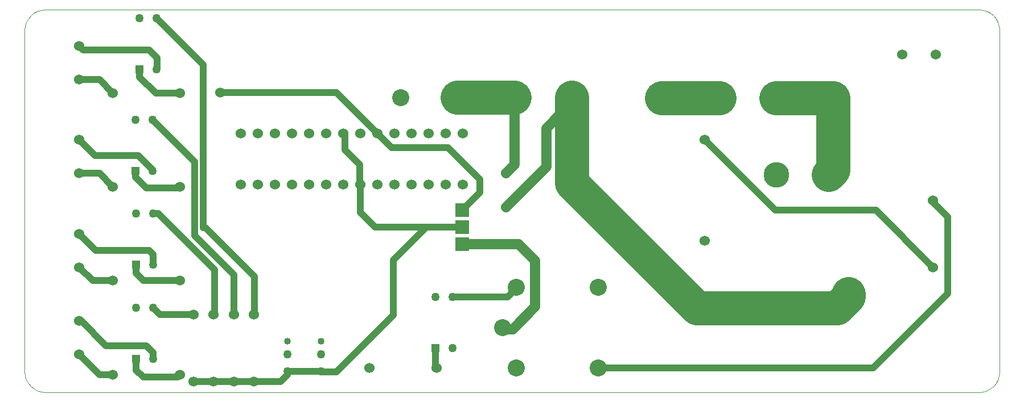
<source format=gbr>
G04 PROTEUS GERBER X2 FILE*
%TF.GenerationSoftware,Labcenter,Proteus,8.17-SP2-Build37159*%
%TF.CreationDate,2025-10-20T01:17:28+00:00*%
%TF.FileFunction,Copper,L2,Bot*%
%TF.FilePolarity,Positive*%
%TF.Part,Single*%
%TF.SameCoordinates,{dfd261b3-5dba-4516-bcbd-5d7d19192189}*%
%FSLAX45Y45*%
%MOMM*%
G01*
%TA.AperFunction,Conductor*%
%ADD10C,1.016000*%
%ADD70C,5.080000*%
%ADD71C,1.524000*%
%TA.AperFunction,ViaPad*%
%ADD11C,1.524000*%
%TA.AperFunction,ComponentPad*%
%ADD12C,1.524000*%
%TA.AperFunction,ComponentPad*%
%ADD13C,2.540000*%
%TA.AperFunction,ComponentPad*%
%ADD14C,3.810000*%
%TA.AperFunction,ComponentPad*%
%ADD15R,2.032000X2.032000*%
%TA.AperFunction,ComponentPad*%
%ADD16R,1.270000X1.270000*%
%ADD17C,1.270000*%
%TA.AperFunction,ComponentPad*%
%ADD18C,1.016000*%
%TA.AperFunction,Profile*%
%ADD19C,0.101600*%
%TD.AperFunction*%
D10*
X-10000000Y-2200000D02*
X-9700000Y-2500000D01*
X-9500000Y-2500000D01*
X-8300000Y-2600000D02*
X-8000000Y-2600000D01*
X-7700000Y-2600000D01*
X-7400000Y-2600000D01*
X-7000000Y-2600000D01*
X-6900000Y-2500000D01*
X-6900000Y-2450000D01*
X-6400000Y-2450000D01*
X-10000000Y-900000D02*
X-9800000Y-1100000D01*
X-9500000Y-1100000D01*
X-10000000Y+500000D02*
X-9700000Y+500000D01*
X-9500000Y+300000D01*
X-10000000Y+1900000D02*
X-9700000Y+1900000D01*
X-9500000Y+1700000D01*
X-2280000Y-2400000D02*
X+1811241Y-2400000D01*
X+2404700Y-1806541D01*
X+2917205Y-1294036D01*
X+2917205Y-145122D01*
X+2700000Y+72083D01*
X+2700000Y+100000D01*
X-700000Y+1000000D02*
X+350000Y-50000D01*
X+600000Y-50000D01*
X+1842528Y-50000D01*
X+1850000Y-50000D01*
X+2700000Y-900000D01*
X-10000000Y+2400000D02*
X-9941930Y+2341930D01*
X-8996487Y+2341930D01*
X-8962972Y+2341930D01*
X-8844792Y+2223750D01*
X-8844792Y+2051208D01*
X-8846000Y+2050000D01*
X-9100000Y+2050000D02*
X-9100000Y+1937445D01*
X-8857139Y+1694584D01*
X-8505416Y+1694584D01*
X-8500000Y+1700000D01*
D70*
X-4370000Y+1630000D02*
X-3520000Y+1630000D01*
D10*
X-4300000Y-300000D02*
X-4837307Y-300000D01*
X-5596884Y-300000D01*
X-5820694Y-76190D01*
X-5820694Y+336766D01*
X-5819460Y+338000D01*
X-4837307Y-300000D02*
X-5325254Y-787947D01*
X-5325254Y-1611353D01*
X-6176573Y-2462672D01*
X-6387328Y-2462672D01*
X-6400000Y-2450000D01*
X-5819460Y+338000D02*
X-5827672Y+346212D01*
X-5827672Y+628591D01*
X-6050969Y+851888D01*
X-6050969Y+1074969D01*
X-6076000Y+1100000D01*
X-4300000Y-46000D02*
X-4040000Y+214000D01*
X-4040000Y+410000D01*
X-4518532Y+888532D01*
X-4792909Y+888532D01*
X-5355790Y+888532D01*
X-5356532Y+888532D01*
X-5568000Y+1100000D01*
X-8500000Y+300000D02*
X-8515679Y+284321D01*
X-8998592Y+284321D01*
X-9142838Y+428567D01*
X-9160000Y+445729D01*
X-9160000Y+540000D01*
X-10000000Y+1000000D02*
X-9767234Y+767234D01*
X-9142839Y+767234D01*
X-9120888Y+767234D01*
X-8906000Y+552346D01*
X-8906000Y+540000D01*
X-9154000Y-2262000D02*
X-9154000Y-2431999D01*
X-9046790Y-2539209D01*
X-8539209Y-2539209D01*
X-8500000Y-2500000D01*
X-8900000Y-2262000D02*
X-8900000Y-2168591D01*
X-9002888Y-2065703D01*
X-9604297Y-2065703D01*
X-9970000Y-1700000D01*
X-10000000Y-1700000D01*
X-8900000Y-1500000D02*
X-8800000Y-1600000D01*
X-8300000Y-1600000D01*
X-9154000Y-862000D02*
X-9154000Y-989407D01*
X-9043407Y-1100000D01*
X-8500000Y-1100000D01*
X-8900000Y-862000D02*
X-8900000Y-706140D01*
X-8962411Y-643729D01*
X-9725458Y-643729D01*
X-9756271Y-643729D01*
X-10000000Y-400000D01*
X-8900000Y-100000D02*
X-8825149Y-100000D01*
X-8656149Y-269000D01*
X-7988223Y-936926D01*
X-7988223Y-1588223D01*
X-8000000Y-1600000D01*
X-8906000Y+1302000D02*
X-8279901Y+675901D01*
X-8279901Y-430397D01*
X-7700000Y-1010298D01*
X-7700000Y-1600000D01*
X-8846000Y+2812000D02*
X-8153000Y+2119000D01*
X-8153000Y-311259D01*
X-8118741Y-311259D01*
X-7390000Y-1040000D01*
X-7390000Y-1590000D01*
X-7400000Y-1600000D01*
X-4446000Y-1338000D02*
X-3629092Y-1338000D01*
X-3500000Y-1208908D01*
X-3500000Y-1200000D01*
D71*
X-4300000Y-554000D02*
X-3460848Y-554000D01*
X-3215985Y-798863D01*
X-3215985Y-1419431D01*
X-3215985Y-1485985D01*
X-3550000Y-1820000D01*
X-3680000Y-1820000D01*
X-3700000Y-1800000D01*
D10*
X-5568000Y+1100000D02*
X-6178000Y+1710000D01*
X-7900000Y+1710000D01*
D70*
X+1220000Y+1620000D02*
X+1220000Y+550000D01*
X+1150000Y+480000D01*
X-1330000Y+1620000D02*
X-480000Y+1620000D01*
X+370000Y+1620000D02*
X+1220000Y+1620000D01*
D71*
X-3520000Y+1630000D02*
X-3520000Y+630000D01*
X-3650000Y+500000D01*
X-2670000Y+1560000D02*
X-3052964Y+1177036D01*
X-3052964Y+1069488D01*
X-3052964Y+625394D01*
X-3052964Y+597036D01*
X-3650000Y+0D01*
D70*
X-2670000Y+1630000D02*
X-2670000Y+1560000D01*
X-2670000Y+350000D01*
X-810000Y-1510000D01*
X+1280000Y-1510000D01*
X+1450000Y-1340000D01*
X+1450000Y-1300000D01*
D10*
X-4700000Y-2100000D02*
X-4700000Y-2380000D01*
X-4680000Y-2400000D01*
D11*
X-7900000Y+1710000D03*
D12*
X+2740000Y+2270000D03*
X+2240000Y+2270000D03*
D13*
X-1330000Y+1620000D03*
X-480000Y+1620000D03*
X+370000Y+1620000D03*
X+1220000Y+1620000D03*
D14*
X+1450000Y-1300000D03*
D12*
X+2700000Y+100000D03*
X+2700000Y-900000D03*
D14*
X+370000Y+480000D03*
X+1150000Y+480000D03*
D12*
X-3650000Y+0D03*
X-3650000Y+500000D03*
X-700000Y-500000D03*
X-700000Y+1000000D03*
D15*
X-4300000Y-554000D03*
X-4300000Y-300000D03*
X-4300000Y-46000D03*
D13*
X-3500000Y-1200000D03*
X-3500000Y-2400000D03*
X-3700000Y-1800000D03*
X-2280000Y-1200000D03*
X-2280000Y-2400000D03*
D12*
X-7597460Y+338000D03*
X-7343460Y+338000D03*
X-7089460Y+338000D03*
X-6835460Y+338000D03*
X-6581460Y+338000D03*
X-6327460Y+338000D03*
X-6073460Y+338000D03*
X-5819460Y+338000D03*
X-5565460Y+338000D03*
X-5311460Y+338000D03*
X-5057460Y+338000D03*
X-4803460Y+338000D03*
X-4549460Y+338000D03*
X-4295460Y+338000D03*
X-4298000Y+1100000D03*
X-4552000Y+1100000D03*
X-4806000Y+1100000D03*
X-5060000Y+1100000D03*
X-5314000Y+1100000D03*
X-5568000Y+1100000D03*
X-5822000Y+1100000D03*
X-6076000Y+1100000D03*
X-6330000Y+1100000D03*
X-6584000Y+1100000D03*
X-6838000Y+1100000D03*
X-7092000Y+1100000D03*
X-7346000Y+1100000D03*
X-7600000Y+1100000D03*
X-10000000Y+1900000D03*
X-10000000Y+2400000D03*
X-10000000Y+500000D03*
X-10000000Y+1000000D03*
X-10000000Y-900000D03*
X-10000000Y-400000D03*
X-10000000Y-2200000D03*
X-10000000Y-1700000D03*
X-8500000Y+1700000D03*
X-9500000Y+1700000D03*
X-8500000Y+300000D03*
X-9500000Y+300000D03*
X-8500000Y-1100000D03*
X-9500000Y-1100000D03*
X-8500000Y-2500000D03*
X-9500000Y-2500000D03*
D16*
X-9160000Y+540000D03*
D17*
X-8906000Y+540000D03*
X-8906000Y+1302000D03*
X-9160000Y+1302000D03*
D16*
X-9154000Y-862000D03*
D17*
X-8900000Y-862000D03*
X-8900000Y-100000D03*
X-9154000Y-100000D03*
D16*
X-9154000Y-2262000D03*
D17*
X-8900000Y-2262000D03*
X-8900000Y-1500000D03*
X-9154000Y-1500000D03*
D12*
X-8300000Y-1600000D03*
X-8300000Y-2600000D03*
X-8000000Y-1600000D03*
X-8000000Y-2600000D03*
X-7700000Y-1600000D03*
X-7700000Y-2600000D03*
X-7400000Y-1600000D03*
X-7400000Y-2600000D03*
D16*
X-4700000Y-2100000D03*
D17*
X-4446000Y-2100000D03*
X-4446000Y-1338000D03*
X-4700000Y-1338000D03*
D18*
X-6900000Y-2000000D03*
X-6400000Y-2000000D03*
D17*
X-6900000Y-2200000D03*
X-6900000Y-2450000D03*
X-6400000Y-2200000D03*
X-6400000Y-2450000D03*
D13*
X-5220000Y+1630000D03*
X-4370000Y+1630000D03*
X-3520000Y+1630000D03*
X-2670000Y+1630000D03*
D16*
X-9100000Y+2050000D03*
D17*
X-8846000Y+2050000D03*
X-8846000Y+2812000D03*
X-9100000Y+2812000D03*
D12*
X-5680000Y-2400000D03*
X-4680000Y-2400000D03*
D19*
X+3390000Y+2940000D02*
X+3450453Y+2933904D01*
X+3506763Y+2916421D01*
X+3557722Y+2888758D01*
X+3602122Y+2852122D01*
X+3638758Y+2807722D01*
X+3666421Y+2756763D01*
X+3683904Y+2700453D01*
X+3690000Y+2640000D01*
X+3390000Y-2760000D02*
X+3450453Y-2753904D01*
X+3506763Y-2736421D01*
X+3557722Y-2708758D01*
X+3602122Y-2672122D01*
X+3638758Y-2627722D01*
X+3666421Y-2576763D01*
X+3683904Y-2520453D01*
X+3690000Y-2460000D01*
X-10810000Y-2460000D02*
X-10803904Y-2520453D01*
X-10786421Y-2576763D01*
X-10758758Y-2627722D01*
X-10722122Y-2672122D01*
X-10677722Y-2708758D01*
X-10626763Y-2736421D01*
X-10570453Y-2753904D01*
X-10510000Y-2760000D01*
X-10810000Y+2640000D02*
X-10803904Y+2700453D01*
X-10786421Y+2756763D01*
X-10758758Y+2807722D01*
X-10722122Y+2852122D01*
X-10677722Y+2888758D01*
X-10626763Y+2916421D01*
X-10570453Y+2933904D01*
X-10510000Y+2940000D01*
X-10810000Y-2460000D02*
X-10810000Y+2640000D01*
X-10510000Y+2940000D02*
X+3390000Y+2940000D01*
X+3690000Y+2640000D02*
X+3690000Y-2460000D01*
X+3390000Y-2760000D02*
X-10510000Y-2760000D01*
M02*

</source>
